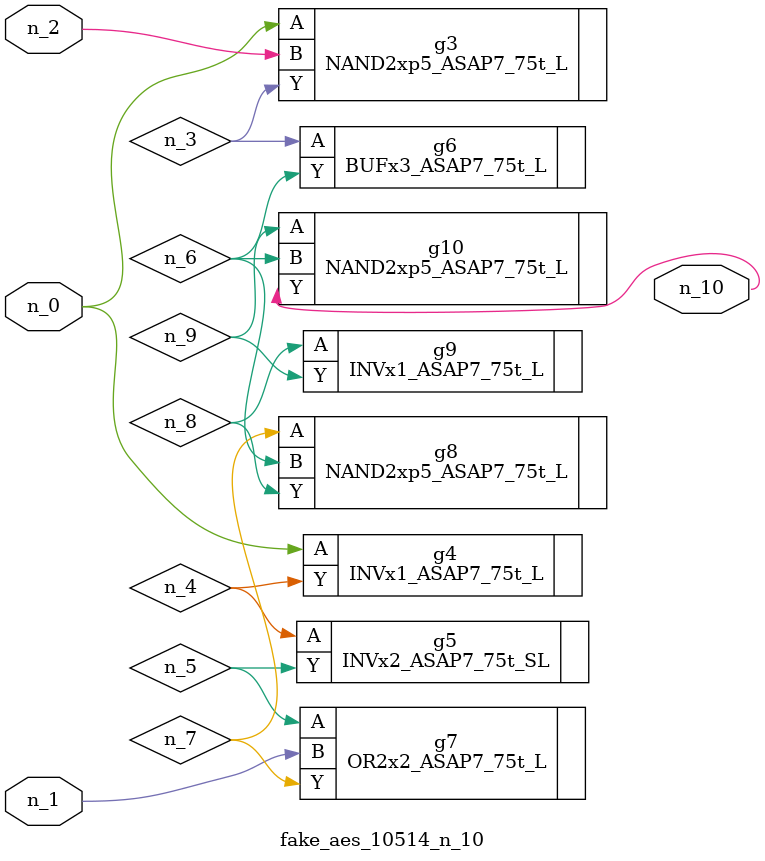
<source format=v>
module fake_aes_10514_n_10 (n_1, n_2, n_0, n_10);
input n_1;
input n_2;
input n_0;
output n_10;
wire n_6;
wire n_4;
wire n_3;
wire n_9;
wire n_5;
wire n_7;
wire n_8;
NAND2xp5_ASAP7_75t_L g3 ( .A(n_0), .B(n_2), .Y(n_3) );
INVx1_ASAP7_75t_L g4 ( .A(n_0), .Y(n_4) );
INVx2_ASAP7_75t_SL g5 ( .A(n_4), .Y(n_5) );
BUFx3_ASAP7_75t_L g6 ( .A(n_3), .Y(n_6) );
OR2x2_ASAP7_75t_L g7 ( .A(n_5), .B(n_1), .Y(n_7) );
NAND2xp5_ASAP7_75t_L g8 ( .A(n_7), .B(n_6), .Y(n_8) );
INVx1_ASAP7_75t_L g9 ( .A(n_8), .Y(n_9) );
NAND2xp5_ASAP7_75t_L g10 ( .A(n_9), .B(n_6), .Y(n_10) );
endmodule
</source>
